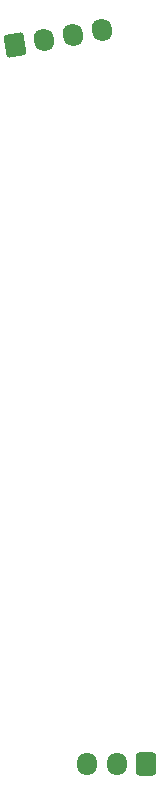
<source format=gbr>
%TF.GenerationSoftware,KiCad,Pcbnew,7.0.9*%
%TF.CreationDate,2024-01-04T19:56:32-05:00*%
%TF.ProjectId,Thermistor Ring,54686572-6d69-4737-946f-722052696e67,rev?*%
%TF.SameCoordinates,Original*%
%TF.FileFunction,Soldermask,Bot*%
%TF.FilePolarity,Negative*%
%FSLAX46Y46*%
G04 Gerber Fmt 4.6, Leading zero omitted, Abs format (unit mm)*
G04 Created by KiCad (PCBNEW 7.0.9) date 2024-01-04 19:56:32*
%MOMM*%
%LPD*%
G01*
G04 APERTURE LIST*
G04 Aperture macros list*
%AMRoundRect*
0 Rectangle with rounded corners*
0 $1 Rounding radius*
0 $2 $3 $4 $5 $6 $7 $8 $9 X,Y pos of 4 corners*
0 Add a 4 corners polygon primitive as box body*
4,1,4,$2,$3,$4,$5,$6,$7,$8,$9,$2,$3,0*
0 Add four circle primitives for the rounded corners*
1,1,$1+$1,$2,$3*
1,1,$1+$1,$4,$5*
1,1,$1+$1,$6,$7*
1,1,$1+$1,$8,$9*
0 Add four rect primitives between the rounded corners*
20,1,$1+$1,$2,$3,$4,$5,0*
20,1,$1+$1,$4,$5,$6,$7,0*
20,1,$1+$1,$6,$7,$8,$9,0*
20,1,$1+$1,$8,$9,$2,$3,0*%
%AMHorizOval*
0 Thick line with rounded ends*
0 $1 width*
0 $2 $3 position (X,Y) of the first rounded end (center of the circle)*
0 $4 $5 position (X,Y) of the second rounded end (center of the circle)*
0 Add line between two ends*
20,1,$1,$2,$3,$4,$5,0*
0 Add two circle primitives to create the rounded ends*
1,1,$1,$2,$3*
1,1,$1,$4,$5*%
G04 Aperture macros list end*
%ADD10RoundRect,0.250000X-0.464990X-0.818175X0.716780X-0.609797X0.464990X0.818175X-0.716780X0.609797X0*%
%ADD11HorizOval,1.700000X-0.021706X0.123101X0.021706X-0.123101X0*%
%ADD12RoundRect,0.250000X0.600000X0.725000X-0.600000X0.725000X-0.600000X-0.725000X0.600000X-0.725000X0*%
%ADD13O,1.700000X1.950000*%
G04 APERTURE END LIST*
D10*
%TO.C,J1*%
X82479142Y-30309161D03*
D11*
X84941161Y-29875041D03*
X87403181Y-29440920D03*
X89865200Y-29006800D03*
%TD*%
D12*
%TO.C,J3*%
X93573600Y-91135200D03*
D13*
X91073600Y-91135200D03*
X88573600Y-91135200D03*
%TD*%
M02*

</source>
